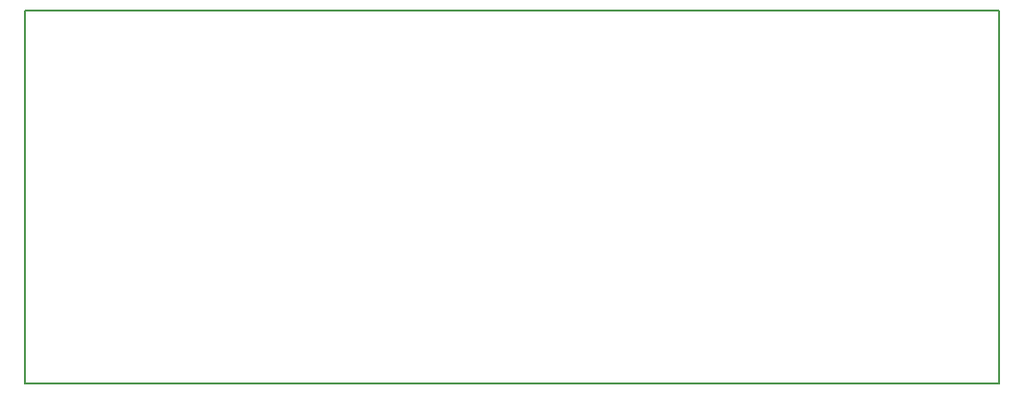
<source format=gm1>
%FSLAX24Y24*%
%MOIN*%
G70*
G01*
G75*
G04 Layer_Color=16776960*
%ADD10R,0.0532X0.0433*%
%ADD11R,0.0571X0.0413*%
%ADD12O,0.0906X0.0236*%
%ADD13R,0.0827X0.0846*%
%ADD14R,0.0433X0.0532*%
%ADD15R,0.0610X0.0787*%
%ADD16C,0.0295*%
%ADD17C,0.0197*%
%ADD18C,0.0394*%
%ADD19R,0.0984X0.0906*%
%ADD20C,0.0787*%
%ADD21C,0.1181*%
%ADD22C,0.0630*%
%ADD23O,0.0787X0.0630*%
G04:AMPARAMS|DCode=24|XSize=63mil|YSize=78.7mil|CornerRadius=15.7mil|HoleSize=0mil|Usage=FLASHONLY|Rotation=270.000|XOffset=0mil|YOffset=0mil|HoleType=Round|Shape=RoundedRectangle|*
%AMROUNDEDRECTD24*
21,1,0.0630,0.0472,0,0,270.0*
21,1,0.0315,0.0787,0,0,270.0*
1,1,0.0315,-0.0236,-0.0157*
1,1,0.0315,-0.0236,0.0157*
1,1,0.0315,0.0236,0.0157*
1,1,0.0315,0.0236,-0.0157*
%
%ADD24ROUNDEDRECTD24*%
G04:AMPARAMS|DCode=25|XSize=78.7mil|YSize=78.7mil|CornerRadius=19.7mil|HoleSize=0mil|Usage=FLASHONLY|Rotation=0.000|XOffset=0mil|YOffset=0mil|HoleType=Round|Shape=RoundedRectangle|*
%AMROUNDEDRECTD25*
21,1,0.0787,0.0394,0,0,0.0*
21,1,0.0394,0.0787,0,0,0.0*
1,1,0.0394,0.0197,-0.0197*
1,1,0.0394,-0.0197,-0.0197*
1,1,0.0394,-0.0197,0.0197*
1,1,0.0394,0.0197,0.0197*
%
%ADD25ROUNDEDRECTD25*%
%ADD26C,0.0709*%
G04:AMPARAMS|DCode=27|XSize=78.7mil|YSize=78.7mil|CornerRadius=19.7mil|HoleSize=0mil|Usage=FLASHONLY|Rotation=270.000|XOffset=0mil|YOffset=0mil|HoleType=Round|Shape=RoundedRectangle|*
%AMROUNDEDRECTD27*
21,1,0.0787,0.0394,0,0,270.0*
21,1,0.0394,0.0787,0,0,270.0*
1,1,0.0394,-0.0197,-0.0197*
1,1,0.0394,-0.0197,0.0197*
1,1,0.0394,0.0197,0.0197*
1,1,0.0394,0.0197,-0.0197*
%
%ADD27ROUNDEDRECTD27*%
%ADD28C,0.0669*%
G04:AMPARAMS|DCode=29|XSize=63mil|YSize=63mil|CornerRadius=15.7mil|HoleSize=0mil|Usage=FLASHONLY|Rotation=180.000|XOffset=0mil|YOffset=0mil|HoleType=Round|Shape=RoundedRectangle|*
%AMROUNDEDRECTD29*
21,1,0.0630,0.0315,0,0,180.0*
21,1,0.0315,0.0630,0,0,180.0*
1,1,0.0315,-0.0157,0.0157*
1,1,0.0315,0.0157,0.0157*
1,1,0.0315,0.0157,-0.0157*
1,1,0.0315,-0.0157,-0.0157*
%
%ADD29ROUNDEDRECTD29*%
G04:AMPARAMS|DCode=30|XSize=70.9mil|YSize=70.9mil|CornerRadius=17.7mil|HoleSize=0mil|Usage=FLASHONLY|Rotation=0.000|XOffset=0mil|YOffset=0mil|HoleType=Round|Shape=RoundedRectangle|*
%AMROUNDEDRECTD30*
21,1,0.0709,0.0354,0,0,0.0*
21,1,0.0354,0.0709,0,0,0.0*
1,1,0.0354,0.0177,-0.0177*
1,1,0.0354,-0.0177,-0.0177*
1,1,0.0354,-0.0177,0.0177*
1,1,0.0354,0.0177,0.0177*
%
%ADD30ROUNDEDRECTD30*%
%ADD31C,0.0500*%
%ADD32R,0.0433X0.0354*%
%ADD33R,0.0689X0.0492*%
%ADD34R,0.0413X0.0571*%
%ADD35R,0.0768X0.0354*%
%ADD36R,0.0532X0.1043*%
%ADD37R,0.0315X0.0354*%
%ADD38R,0.0650X0.0413*%
%ADD39R,0.0236X0.0866*%
%ADD40R,0.0492X0.0689*%
%ADD41R,0.0846X0.0827*%
%ADD42R,0.0787X0.0610*%
%ADD43O,0.0236X0.0866*%
%ADD44O,0.0217X0.0650*%
%ADD45O,0.0650X0.0217*%
%ADD46C,0.0591*%
%ADD47C,0.0787*%
%ADD48C,0.0118*%
%ADD49C,0.0236*%
%ADD50R,0.0591X0.1575*%
%ADD51R,0.0039X0.1654*%
%ADD52R,0.1378X0.2283*%
%ADD53R,0.0612X0.0513*%
%ADD54R,0.0651X0.0493*%
%ADD55O,0.0986X0.0316*%
%ADD56R,0.0907X0.0926*%
%ADD57R,0.0513X0.0612*%
%ADD58R,0.0690X0.0867*%
%ADD59C,0.0867*%
%ADD60C,0.1261*%
%ADD61C,0.0710*%
%ADD62O,0.0867X0.0710*%
G04:AMPARAMS|DCode=63|XSize=71mil|YSize=86.7mil|CornerRadius=19.7mil|HoleSize=0mil|Usage=FLASHONLY|Rotation=270.000|XOffset=0mil|YOffset=0mil|HoleType=Round|Shape=RoundedRectangle|*
%AMROUNDEDRECTD63*
21,1,0.0710,0.0472,0,0,270.0*
21,1,0.0315,0.0867,0,0,270.0*
1,1,0.0395,-0.0236,-0.0157*
1,1,0.0395,-0.0236,0.0157*
1,1,0.0395,0.0236,0.0157*
1,1,0.0395,0.0236,-0.0157*
%
%ADD63ROUNDEDRECTD63*%
G04:AMPARAMS|DCode=64|XSize=86.7mil|YSize=86.7mil|CornerRadius=23.7mil|HoleSize=0mil|Usage=FLASHONLY|Rotation=0.000|XOffset=0mil|YOffset=0mil|HoleType=Round|Shape=RoundedRectangle|*
%AMROUNDEDRECTD64*
21,1,0.0867,0.0394,0,0,0.0*
21,1,0.0394,0.0867,0,0,0.0*
1,1,0.0474,0.0197,-0.0197*
1,1,0.0474,-0.0197,-0.0197*
1,1,0.0474,-0.0197,0.0197*
1,1,0.0474,0.0197,0.0197*
%
%ADD64ROUNDEDRECTD64*%
%ADD65C,0.0789*%
G04:AMPARAMS|DCode=66|XSize=86.7mil|YSize=86.7mil|CornerRadius=23.7mil|HoleSize=0mil|Usage=FLASHONLY|Rotation=270.000|XOffset=0mil|YOffset=0mil|HoleType=Round|Shape=RoundedRectangle|*
%AMROUNDEDRECTD66*
21,1,0.0867,0.0394,0,0,270.0*
21,1,0.0394,0.0867,0,0,270.0*
1,1,0.0474,-0.0197,-0.0197*
1,1,0.0474,-0.0197,0.0197*
1,1,0.0474,0.0197,0.0197*
1,1,0.0474,0.0197,-0.0197*
%
%ADD66ROUNDEDRECTD66*%
%ADD67C,0.0749*%
G04:AMPARAMS|DCode=68|XSize=71mil|YSize=71mil|CornerRadius=19.7mil|HoleSize=0mil|Usage=FLASHONLY|Rotation=180.000|XOffset=0mil|YOffset=0mil|HoleType=Round|Shape=RoundedRectangle|*
%AMROUNDEDRECTD68*
21,1,0.0710,0.0315,0,0,180.0*
21,1,0.0315,0.0710,0,0,180.0*
1,1,0.0395,-0.0157,0.0157*
1,1,0.0395,0.0157,0.0157*
1,1,0.0395,0.0157,-0.0157*
1,1,0.0395,-0.0157,-0.0157*
%
%ADD68ROUNDEDRECTD68*%
G04:AMPARAMS|DCode=69|XSize=78.9mil|YSize=78.9mil|CornerRadius=21.7mil|HoleSize=0mil|Usage=FLASHONLY|Rotation=0.000|XOffset=0mil|YOffset=0mil|HoleType=Round|Shape=RoundedRectangle|*
%AMROUNDEDRECTD69*
21,1,0.0789,0.0354,0,0,0.0*
21,1,0.0354,0.0789,0,0,0.0*
1,1,0.0434,0.0177,-0.0177*
1,1,0.0434,-0.0177,-0.0177*
1,1,0.0434,-0.0177,0.0177*
1,1,0.0434,0.0177,0.0177*
%
%ADD69ROUNDEDRECTD69*%
%ADD70C,0.0580*%
%ADD71R,0.0513X0.0434*%
%ADD72R,0.0769X0.0572*%
%ADD73R,0.0493X0.0651*%
%ADD74R,0.0848X0.0434*%
%ADD75R,0.0612X0.1123*%
%ADD76R,0.0395X0.0434*%
%ADD77R,0.0730X0.0493*%
%ADD78R,0.0316X0.0946*%
%ADD79R,0.0572X0.0769*%
%ADD80R,0.0926X0.0907*%
%ADD81R,0.0867X0.0690*%
%ADD82O,0.0316X0.0946*%
%ADD83O,0.0297X0.0730*%
%ADD84O,0.0730X0.0297*%
%ADD85C,0.0050*%
D85*
X11811Y12992D02*
Y25984D01*
X45669D01*
Y12992D02*
Y25984D01*
X11811Y12992D02*
X45669D01*
M02*

</source>
